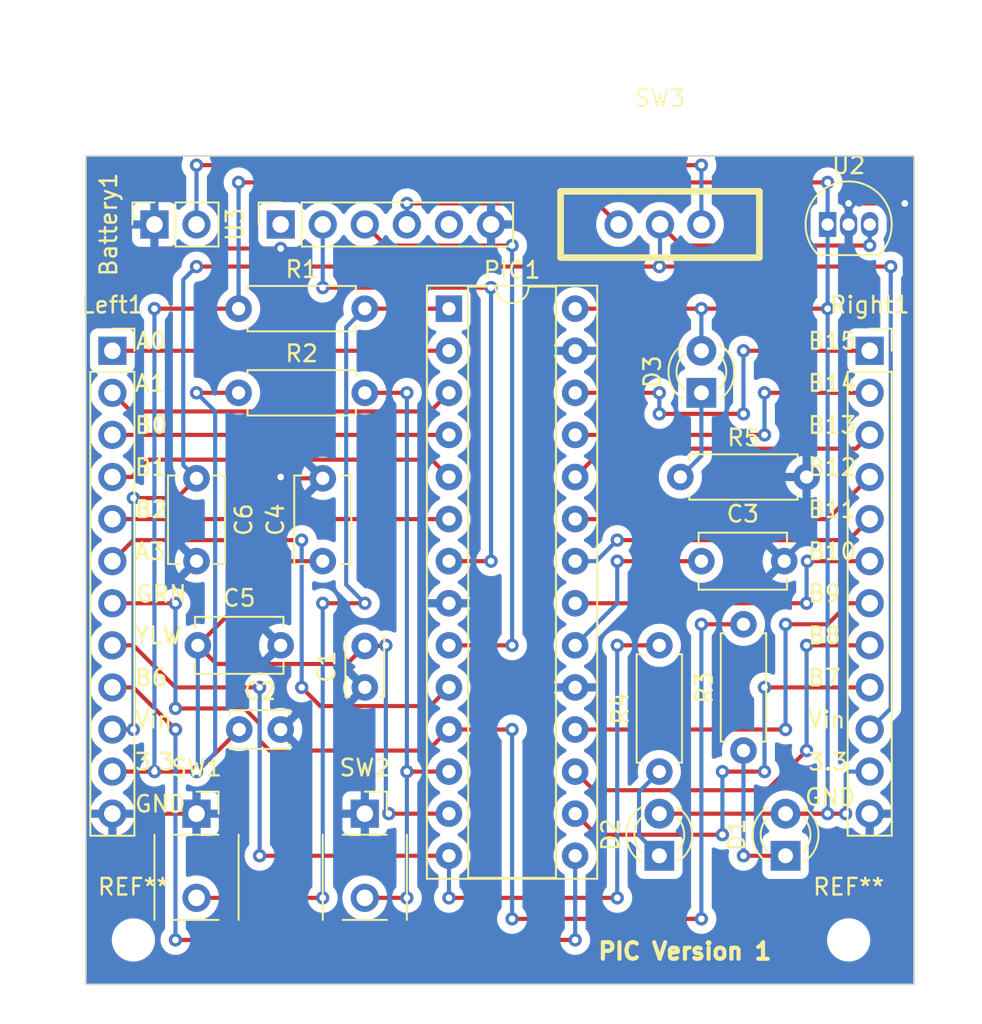
<source format=kicad_pcb>
(kicad_pcb (version 20221018) (generator pcbnew)
  (layers (0 "F.Cu" signal) (31 "B.Cu" signal) (34 "B.Paste" user) (35 "F.Paste" user) (36 "B.SilkS" user "B.Silkscreen") (37 "F.SilkS" user "F.Silkscreen") (38 "B.Mask" user) (39 "F.Mask" user) (44 "Edge.Cuts" user))
  (net 0 "")
  (net 1 "GND")
  (net 2 "+3.3V")
  (net 3 "Net-(PIC1-Vcap)")
  (net 4 "/Vin")
  (net 5 "Net-(D1-K)")
  (net 6 "Net-(D2-K)")
  (net 7 "Net-(D3-K)")
  (net 8 "/MCLR")
  (net 9 "/A1")
  (net 10 "/B0")
  (net 11 "/B1")
  (net 12 "/B2")
  (net 13 "/U1TX")
  (net 14 "/U1RX")
  (net 15 "/A3")
  (net 16 "/GRN_LED")
  (net 17 "/USER")
  (net 18 "/YLW_LED")
  (net 19 "/B6")
  (net 20 "/B7")
  (net 21 "/B8")
  (net 22 "/B9")
  (net 23 "/B10")
  (net 24 "/B11")
  (net 25 "/B12")
  (net 26 "/B13")
  (net 27 "/B14")
  (net 28 "/B15")
  (net 29 "+5V")
  (net 30 "Net-(Battery1-1)")
  (net 33 "/A0")
  (footprint "Resistor_THT:R_Axial_DIN0207_L6.3mm_D2.5mm_P7.62mm_Horizontal" (layer "F.Cu") (at 109.22 114.3)
    (fp_text reference "R2" (at 3.81 -2.37) (layer "F.SilkS"))
    (fp_text value "10k")
    (pad "1" thru_hole circle (at 0 0) (size 1.6 1.6) (drill 0.8) (layers "*.Cu" "*.Mask") (net 2 "+3.3V"))
    (pad "2" thru_hole oval (at 7.62 0) (size 1.6 1.6) (drill 0.8) (layers "*.Cu" "*.Mask") (net 17 "/USER"))
  )
  (footprint "Capacitor_THT:C_Disc_D3.4mm_W2.1mm_P2.50mm" (layer "F.Cu") (at 109.26 134.62)
    (fp_text reference "C2" (at 1.25 -2.3) (layer "F.SilkS"))
    (fp_text value ".1uF")
    (pad "1" thru_hole circle (at 0 0) (size 1.6 1.6) (drill 0.8) (layers "*.Cu" "*.Mask") (net 2 "+3.3V"))
    (pad "2" thru_hole circle (at 2.5 0) (size 1.6 1.6) (drill 0.8) (layers "*.Cu" "*.Mask") (net 1 "GND"))
  )
  (footprint "hw4:pinsocket push button" (layer "F.Cu") (at 106.68 139.7)
    (fp_text reference "SW1" (at 0 -2.77) (layer "F.SilkS"))
    (fp_text value "MCLR")
    (pad "1" thru_hole rect (at 0 0) (size 1.7 1.7) (drill 1) (layers "*.Cu" "*.Mask") (net 1 "GND"))
    (pad "2" thru_hole oval (at 0 5.08) (size 1.7 1.7) (drill 1) (layers "*.Cu" "*.Mask") (net 8 "/MCLR"))
  )
  (footprint "hw4:slide_switch_2" (layer "F.Cu") (at 134.66 104.14)
    (fp_text reference "SW3" (at 0 -7.62 unlocked) (layer "F.SilkS") (effects (font (thickness 0.1))))
    (fp_text value "SW_SPDT")
    (pad "1" thru_hole circle (at -2.5 0) (size 1.7 1.7) (drill 1) (layers "*.Cu" "*.Mask") (net 29 "+5V"))
    (pad "2" thru_hole circle (at 0 0) (size 1.7 1.7) (drill 1) (layers "*.Cu" "*.Mask") (net 4 "/Vin"))
    (pad "3" thru_hole circle (at 2.5 0) (size 1.7 1.7) (drill 1) (layers "*.Cu" "*.Mask") (net 30 "Net-(Battery1-1)"))
  )
  (footprint "Connector_PinSocket_2.54mm:PinSocket_1x06_P2.54mm_Vertical" (layer "F.Cu") (at 111.76 104.14 90)
    (fp_text reference "U3" (at 0 -2.77 90) (layer "F.SilkS"))
    (fp_text value "ADAfruit")
    (pad "1" thru_hole rect (at 0 0 90) (size 1.7 1.7) (drill 1) (layers "*.Cu" "*.Mask"))
    (pad "2" thru_hole oval (at 0 2.54 90) (size 1.7 1.7) (drill 1) (layers "*.Cu" "*.Mask") (net 13 "/U1TX"))
    (pad "3" thru_hole oval (at 0 5.08 90) (size 1.7 1.7) (drill 1) (layers "*.Cu" "*.Mask") (net 14 "/U1RX"))
    (pad "4" thru_hole oval (at 0 7.62 90) (size 1.7 1.7) (drill 1) (layers "*.Cu" "*.Mask") (net 29 "+5V"))
    (pad "5" thru_hole oval (at 0 10.16 90) (size 1.7 1.7) (drill 1) (layers "*.Cu" "*.Mask"))
    (pad "6" thru_hole oval (at 0 12.7 90) (size 1.7 1.7) (drill 1) (layers "*.Cu" "*.Mask") (net 1 "GND"))
  )
  (footprint "Package_DIP:DIP-28_W7.62mm_Socket" (layer "F.Cu") (at 121.92 109.22)
    (fp_text reference "PIC1" (at 3.81 -2.33) (layer "F.SilkS"))
    (fp_text value "~")
    (pad "1" thru_hole rect (at 0 0) (size 1.6 1.6) (drill 0.8) (layers "*.Cu" "*.Mask") (net 8 "/MCLR"))
    (pad "2" thru_hole oval (at 0 2.54) (size 1.6 1.6) (drill 0.8) (layers "*.Cu" "*.Mask") (net 33 "/A0"))
    (pad "3" thru_hole oval (at 0 5.08) (size 1.6 1.6) (drill 0.8) (layers "*.Cu" "*.Mask") (net 9 "/A1"))
    (pad "4" thru_hole oval (at 0 7.62) (size 1.6 1.6) (drill 0.8) (layers "*.Cu" "*.Mask") (net 10 "/B0"))
    (pad "5" thru_hole oval (at 0 10.16) (size 1.6 1.6) (drill 0.8) (layers "*.Cu" "*.Mask") (net 11 "/B1"))
    (pad "6" thru_hole oval (at 0 12.7) (size 1.6 1.6) (drill 0.8) (layers "*.Cu" "*.Mask") (net 12 "/B2"))
    (pad "7" thru_hole oval (at 0 15.24) (size 1.6 1.6) (drill 0.8) (layers "*.Cu" "*.Mask") (net 13 "/U1TX"))
    (pad "8" thru_hole oval (at 0 17.78) (size 1.6 1.6) (drill 0.8) (layers "*.Cu" "*.Mask") (net 1 "GND"))
    (pad "9" thru_hole oval (at 0 20.32) (size 1.6 1.6) (drill 0.8) (layers "*.Cu" "*.Mask") (net 14 "/U1RX"))
    (pad "10" thru_hole oval (at 0 22.86) (size 1.6 1.6) (drill 0.8) (layers "*.Cu" "*.Mask") (net 15 "/A3"))
    (pad "11" thru_hole oval (at 0 25.4) (size 1.6 1.6) (drill 0.8) (layers "*.Cu" "*.Mask") (net 16 "/GRN_LED"))
    (pad "12" thru_hole oval (at 0 27.94) (size 1.6 1.6) (drill 0.8) (layers "*.Cu" "*.Mask") (net 17 "/USER"))
    (pad "13" thru_hole oval (at 0 30.48) (size 1.6 1.6) (drill 0.8) (layers "*.Cu" "*.Mask") (net 2 "+3.3V"))
    (pad "14" thru_hole oval (at 0 33.02) (size 1.6 1.6) (drill 0.8) (layers "*.Cu" "*.Mask") (net 18 "/YLW_LED"))
    (pad "15" thru_hole oval (at 7.62 33.02) (size 1.6 1.6) (drill 0.8) (layers "*.Cu" "*.Mask") (net 19 "/B6"))
    (pad "16" thru_hole oval (at 7.62 30.48) (size 1.6 1.6) (drill 0.8) (layers "*.Cu" "*.Mask") (net 20 "/B7"))
    (pad "17" thru_hole oval (at 7.62 27.94) (size 1.6 1.6) (drill 0.8) (layers "*.Cu" "*.Mask") (net 21 "/B8"))
    (pad "18" thru_hole oval (at 7.62 25.4) (size 1.6 1.6) (drill 0.8) (layers "*.Cu" "*.Mask") (net 22 "/B9"))
    (pad "19" thru_hole oval (at 7.62 22.86) (size 1.6 1.6) (drill 0.8) (layers "*.Cu" "*.Mask") (net 1 "GND"))
    (pad "20" thru_hole oval (at 7.62 20.32) (size 1.6 1.6) (drill 0.8) (layers "*.Cu" "*.Mask") (net 3 "Net-(PIC1-Vcap)"))
    (pad "21" thru_hole oval (at 7.62 17.78) (size 1.6 1.6) (drill 0.8) (layers "*.Cu" "*.Mask") (net 23 "/B10"))
    (pad "22" thru_hole oval (at 7.62 15.24) (size 1.6 1.6) (drill 0.8) (layers "*.Cu" "*.Mask") (net 24 "/B11"))
    (pad "23" thru_hole oval (at 7.62 12.7) (size 1.6 1.6) (drill 0.8) (layers "*.Cu" "*.Mask") (net 25 "/B12"))
    (pad "24" thru_hole oval (at 7.62 10.16) (size 1.6 1.6) (drill 0.8) (layers "*.Cu" "*.Mask") (net 26 "/B13"))
    (pad "25" thru_hole oval (at 7.62 7.62) (size 1.6 1.6) (drill 0.8) (layers "*.Cu" "*.Mask") (net 27 "/B14"))
    (pad "26" thru_hole oval (at 7.62 5.08) (size 1.6 1.6) (drill 0.8) (layers "*.Cu" "*.Mask") (net 28 "/B15"))
    (pad "27" thru_hole oval (at 7.62 2.54) (size 1.6 1.6) (drill 0.8) (layers "*.Cu" "*.Mask") (net 1 "GND"))
    (pad "28" thru_hole oval (at 7.62 0) (size 1.6 1.6) (drill 0.8) (layers "*.Cu" "*.Mask") (net 2 "+3.3V"))
  )
  (footprint "Capacitor_THT:C_Disc_D5.1mm_W3.2mm_P5.00mm" (layer "F.Cu") (at 106.68 119.46 -90)
    (fp_text reference "C6" (at 2.5 -2.85 90) (layer "F.SilkS"))
    (fp_text value "1uF")
    (pad "1" thru_hole circle (at 0 0 270) (size 1.6 1.6) (drill 0.8) (layers "*.Cu" "*.Mask") (net 4 "/Vin"))
    (pad "2" thru_hole circle (at 5 0 270) (size 1.6 1.6) (drill 0.8) (layers "*.Cu" "*.Mask") (net 1 "GND"))
  )
  (footprint "Resistor_THT:R_Axial_DIN0207_L6.3mm_D2.5mm_P7.62mm_Horizontal" (layer "F.Cu") (at 135.89 119.38)
    (fp_text reference "R5" (at 3.81 -2.37) (layer "F.SilkS"))
    (fp_text value "330")
    (pad "1" thru_hole circle (at 0 0) (size 1.6 1.6) (drill 0.8) (layers "*.Cu" "*.Mask") (net 7 "Net-(D3-K)"))
    (pad "2" thru_hole oval (at 7.62 0) (size 1.6 1.6) (drill 0.8) (layers "*.Cu" "*.Mask") (net 1 "GND"))
  )
  (footprint "Capacitor_THT:C_Disc_D5.1mm_W3.2mm_P5.00mm" (layer "F.Cu") (at 114.3 124.46 90)
    (fp_text reference "C4" (at 2.5 -2.85 90) (layer "F.SilkS"))
    (fp_text value "1uF")
    (pad "1" thru_hole circle (at 0 0 90) (size 1.6 1.6) (drill 0.8) (layers "*.Cu" "*.Mask") (net 2 "+3.3V"))
    (pad "2" thru_hole circle (at 5 0 90) (size 1.6 1.6) (drill 0.8) (layers "*.Cu" "*.Mask") (net 1 "GND"))
  )
  (footprint "Resistor_THT:R_Axial_DIN0207_L6.3mm_D2.5mm_P7.62mm_Horizontal" (layer "F.Cu") (at 139.7 135.89 90)
    (fp_text reference "R3" (at 3.81 -2.37 90) (layer "F.SilkS"))
    (fp_text value "330")
    (pad "1" thru_hole circle (at 0 0 90) (size 1.6 1.6) (drill 0.8) (layers "*.Cu" "*.Mask") (net 5 "Net-(D1-K)"))
    (pad "2" thru_hole oval (at 7.62 0 90) (size 1.6 1.6) (drill 0.8) (layers "*.Cu" "*.Mask") (net 16 "/GRN_LED"))
  )
  (footprint "Connector_PinSocket_2.54mm:PinSocket_1x12_P2.54mm_Vertical" (layer "F.Cu") (at 101.6 111.76)
    (fp_text reference "Left1" (at 0 -2.77) (layer "F.SilkS"))
    (fp_text value "~")
    (pad "1" thru_hole rect (at 0 0) (size 1.7 1.7) (drill 1) (layers "*.Cu" "*.Mask") (net 33 "/A0"))
    (pad "2" thru_hole oval (at 0 2.54) (size 1.7 1.7) (drill 1) (layers "*.Cu" "*.Mask") (net 9 "/A1"))
    (pad "3" thru_hole oval (at 0 5.08) (size 1.7 1.7) (drill 1) (layers "*.Cu" "*.Mask") (net 10 "/B0"))
    (pad "4" thru_hole oval (at 0 7.62) (size 1.7 1.7) (drill 1) (layers "*.Cu" "*.Mask") (net 11 "/B1"))
    (pad "5" thru_hole oval (at 0 10.16) (size 1.7 1.7) (drill 1) (layers "*.Cu" "*.Mask") (net 12 "/B2"))
    (pad "6" thru_hole oval (at 0 12.7) (size 1.7 1.7) (drill 1) (layers "*.Cu" "*.Mask") (net 15 "/A3"))
    (pad "7" thru_hole oval (at 0 15.24) (size 1.7 1.7) (drill 1) (layers "*.Cu" "*.Mask") (net 16 "/GRN_LED"))
    (pad "8" thru_hole oval (at 0 17.78) (size 1.7 1.7) (drill 1) (layers "*.Cu" "*.Mask") (net 18 "/YLW_LED"))
    (pad "9" thru_hole oval (at 0 20.32) (size 1.7 1.7) (drill 1) (layers "*.Cu" "*.Mask") (net 19 "/B6"))
    (pad "10" thru_hole oval (at 0 22.86) (size 1.7 1.7) (drill 1) (layers "*.Cu" "*.Mask") (net 4 "/Vin"))
    (pad "11" thru_hole oval (at 0 25.4) (size 1.7 1.7) (drill 1) (layers "*.Cu" "*.Mask") (net 2 "+3.3V"))
    (pad "12" thru_hole oval (at 0 27.94) (size 1.7 1.7) (drill 1) (layers "*.Cu" "*.Mask") (net 1 "GND"))
  )
  (footprint "LED_THT:LED_D3.0mm" (layer "F.Cu") (at 137.16 114.3 90)
    (fp_text reference "D3" (at 1.27 -2.96 90) (layer "F.SilkS"))
    (fp_text value "RED")
    (pad "1" thru_hole rect (at 0 0 90) (size 1.8 1.8) (drill 0.9) (layers "*.Cu" "*.Mask") (net 7 "Net-(D3-K)"))
    (pad "2" thru_hole circle (at 2.54 0 90) (size 1.8 1.8) (drill 0.9) (layers "*.Cu" "*.Mask") (net 2 "+3.3V"))
  )
  (footprint "Resistor_THT:R_Axial_DIN0207_L6.3mm_D2.5mm_P7.62mm_Horizontal" (layer "F.Cu") (at 134.62 137.16 90)
    (fp_text reference "R4" (at 3.81 -2.37 90) (layer "F.SilkS"))
    (fp_text value "330")
    (pad "1" thru_hole circle (at 0 0 90) (size 1.6 1.6) (drill 0.8) (layers "*.Cu" "*.Mask") (net 6 "Net-(D2-K)"))
    (pad "2" thru_hole oval (at 7.62 0 90) (size 1.6 1.6) (drill 0.8) (layers "*.Cu" "*.Mask") (net 18 "/YLW_LED"))
  )
  (footprint "Capacitor_THT:C_Disc_D5.1mm_W3.2mm_P5.00mm" (layer "F.Cu") (at 137.16 124.46)
    (fp_text reference "C3" (at 2.5 -2.85) (layer "F.SilkS"))
    (fp_text value "1uF")
    (pad "1" thru_hole circle (at 0 0) (size 1.6 1.6) (drill 0.8) (layers "*.Cu" "*.Mask") (net 3 "Net-(PIC1-Vcap)"))
    (pad "2" thru_hole circle (at 5 0) (size 1.6 1.6) (drill 0.8) (layers "*.Cu" "*.Mask") (net 1 "GND"))
  )
  (footprint "Connector_PinSocket_2.54mm:PinSocket_1x12_P2.54mm_Vertical" (layer "F.Cu") (at 147.32 111.76)
    (fp_text reference "Right1" (at 0 -2.77) (layer "F.SilkS"))
    (fp_text value "~")
    (pad "1" thru_hole rect (at 0 0) (size 1.7 1.7) (drill 1) (layers "*.Cu" "*.Mask") (net 28 "/B15"))
    (pad "2" thru_hole oval (at 0 2.54) (size 1.7 1.7) (drill 1) (layers "*.Cu" "*.Mask") (net 27 "/B14"))
    (pad "3" thru_hole oval (at 0 5.08) (size 1.7 1.7) (drill 1) (layers "*.Cu" "*.Mask") (net 26 "/B13"))
    (pad "4" thru_hole oval (at 0 7.62) (size 1.7 1.7) (drill 1) (layers "*.Cu" "*.Mask") (net 25 "/B12"))
    (pad "5" thru_hole oval (at 0 10.16) (size 1.7 1.7) (drill 1) (layers "*.Cu" "*.Mask") (net 24 "/B11"))
    (pad "6" thru_hole oval (at 0 12.7) (size 1.7 1.7) (drill 1) (layers "*.Cu" "*.Mask") (net 23 "/B10"))
    (pad "7" thru_hole oval (at 0 15.24) (size 1.7 1.7) (drill 1) (layers "*.Cu" "*.Mask") (net 22 "/B9"))
    (pad "8" thru_hole oval (at 0 17.78) (size 1.7 1.7) (drill 1) (layers "*.Cu" "*.Mask") (net 21 "/B8"))
    (pad "9" thru_hole oval (at 0 20.32) (size 1.7 1.7) (drill 1) (layers "*.Cu" "*.Mask") (net 20 "/B7"))
    (pad "10" thru_hole oval (at 0 22.86) (size 1.7 1.7) (drill 1) (layers "*.Cu" "*.Mask") (net 4 "/Vin"))
    (pad "11" thru_hole oval (at 0 25.4) (size 1.7 1.7) (drill 1) (layers "*.Cu" "*.Mask") (net 2 "+3.3V"))
    (pad "12" thru_hole oval (at 0 27.94) (size 1.7 1.7) (drill 1) (layers "*.Cu" "*.Mask") (net 1 "GND"))
  )
  (footprint "Capacitor_THT:C_Disc_D3.4mm_W2.1mm_P2.50mm" (layer "F.Cu") (at 116.84 132.08 90)
    (fp_text reference "C1" (at 1.25 -2.3 90) (layer "F.SilkS"))
    (fp_text value ".1uF")
    (pad "1" thru_hole circle (at 0 0 90) (size 1.6 1.6) (drill 0.8) (layers "*.Cu" "*.Mask") (net 1 "GND"))
    (pad "2" thru_hole circle (at 2.5 0 90) (size 1.6 1.6) (drill 0.8) (layers "*.Cu" "*.Mask") (net 2 "+3.3V"))
  )
  (footprint "Package_TO_SOT_THT:TO-92_Inline" (layer "F.Cu") (at 144.78 104.14)
    (fp_text reference "U2" (at 1.27 -3.56) (layer "F.SilkS"))
    (fp_text value "AP7381-3.3V")
    (pad "1" thru_hole rect (at 0 0) (size 1.05 1.5) (drill 0.75) (layers "*.Cu" "*.Mask") (net 2 "+3.3V"))
    (pad "2" thru_hole oval (at 1.27 0) (size 1.05 1.5) (drill 0.75) (layers "*.Cu" "*.Mask") (net 1 "GND"))
    (pad "3" thru_hole oval (at 2.54 0) (size 1.05 1.5) (drill 0.75) (layers "*.Cu" "*.Mask") (net 4 "/Vin"))
  )
  (footprint "LED_THT:LED_D3.0mm" (layer "F.Cu") (at 142.24 142.24 90)
    (fp_text reference "D1" (at 1.27 -2.96 90) (layer "F.SilkS"))
    (fp_text value "GREEN")
    (pad "1" thru_hole rect (at 0 0 90) (size 1.8 1.8) (drill 0.9) (layers "*.Cu" "*.Mask") (net 5 "Net-(D1-K)"))
    (pad "2" thru_hole circle (at 2.54 0 90) (size 1.8 1.8) (drill 0.9) (layers "*.Cu" "*.Mask") (net 2 "+3.3V"))
  )
  (footprint "Resistor_THT:R_Axial_DIN0207_L6.3mm_D2.5mm_P7.62mm_Horizontal" (layer "F.Cu") (at 109.22 109.22)
    (fp_text reference "R1" (at 3.81 -2.37) (layer "F.SilkS"))
    (fp_text value "10k")
    (pad "1" thru_hole circle (at 0 0) (size 1.6 1.6) (drill 0.8) (layers "*.Cu" "*.Mask") (net 2 "+3.3V"))
    (pad "2" thru_hole oval (at 7.62 0) (size 1.6 1.6) (drill 0.8) (layers "*.Cu" "*.Mask") (net 8 "/MCLR"))
  )
  (footprint "MountingHole:MountingHole_2.1mm" (layer "F.Cu") (at 102.87 147.32)
    (fp_text reference "REF**" (at 0 -3.2) (layer "F.SilkS"))
    (fp_text value "MountingHole_2.1mm")
    (pad "" np_thru_hole circle (at 0 0) (size 2.1 2.1) (drill 2.1) (layers "*.Cu" "*.Mask"))
  )
  (footprint "Connector_PinSocket_2.54mm:PinSocket_1x02_P2.54mm_Vertical" (layer "F.Cu") (at 104.14 104.14 90)
    (fp_text reference "Battery1" (at 0 -2.77 90) (layer "F.SilkS"))
    (fp_text value "~")
    (pad "1" thru_hole rect (at 0 0 90) (size 1.7 1.7) (drill 1) (layers "*.Cu" "*.Mask") (net 1 "GND"))
    (pad "2" thru_hole oval (at 0 2.54 90) (size 1.7 1.7) (drill 1) (layers "*.Cu" "*.Mask") (net 30 "Net-(Battery1-1)"))
  )
  (footprint "Capacitor_THT:C_Disc_D5.1mm_W3.2mm_P5.00mm" (layer "F.Cu") (at 106.76 129.54)
    (fp_text reference "C5" (at 2.5 -2.85) (layer "F.SilkS"))
    (fp_text value "1uF")
    (pad "1" thru_hole circle (at 0 0) (size 1.6 1.6) (drill 0.8) (layers "*.Cu" "*.Mask") (net 2 "+3.3V"))
    (pad "2" thru_hole circle (at 5 0) (size 1.6 1.6) (drill 0.8) (layers "*.Cu" "*.Mask") (net 1 "GND"))
  )
  (footprint "MountingHole:MountingHole_2.1mm" (layer "F.Cu") (at 146.05 147.32)
    (fp_text reference "REF**" (at 0 -3.2) (layer "F.SilkS"))
    (fp_text value "MountingHole_2.1mm")
    (pad "" np_thru_hole circle (at 0 0) (size 2.1 2.1) (drill 2.1) (layers "*.Cu" "*.Mask"))
  )
  (footprint "LED_THT:LED_D3.0mm" (layer "F.Cu") (at 134.62 142.24 90)
    (fp_text reference "D2" (at 1.27 -2.96 90) (layer "F.SilkS"))
    (fp_text value "YELLOW")
    (pad "1" thru_hole rect (at 0 0 90) (size 1.8 1.8) (drill 0.9) (layers "*.Cu" "*.Mask") (net 6 "Net-(D2-K)"))
    (pad "2" thru_hole circle (at 2.54 0 90) (size 1.8 1.8) (drill 0.9) (layers "*.Cu" "*.Mask") (net 2 "+3.3V"))
  )
  (footprint "hw4:pinsocket push button" (layer "F.Cu") (at 116.84 139.7)
    (fp_text reference "SW2" (at 0 -2.77) (layer "F.SilkS"))
    (fp_text value "USER")
    (pad "1" thru_hole rect (at 0 0) (size 1.7 1.7) (drill 1) (layers "*.Cu" "*.Mask") (net 1 "GND"))
    (pad "2" thru_hole oval (at 0 5.08) (size 1.7 1.7) (drill 1) (layers "*.Cu" "*.Mask") (net 17 "/USER"))
  )
  (gr_line (start 100 100) (end 100 150) (stroke (width 0.1)) (layer "Edge.Cuts"))
  (gr_line (start 150 150) (end 100 150) (stroke (width 0.1)) (layer "Edge.Cuts"))
  (gr_line (start 150 100) (end 150 150) (stroke (width 0.1)) (layer "Edge.Cuts"))
  (gr_line (start 150 100) (end 100 100) (stroke (width 0.1)) (layer "Edge.Cuts"))
  (gr_text "YLW" (at 102.87 129.54) (layer "F.SilkS") (effects (font (size 1 1)) (justify left bottom)))
  (gr_text "3.3" (at 143.51 137.16) (layer "F.SilkS") (effects (font (size 1 1)) (justify left bottom)))
  (gr_text "B13" (at 143.51 116.84) (layer "F.SilkS") (effects (font (size 1 1)) (justify left bottom)))
  (gr_text "B9" (at 143.51 127) (layer "F.SilkS") (effects (font (size 1 1)) (justify left bottom)))
  (gr_text "A0" (at 102.93 111.76) (layer "F.SilkS") (effects (font (size 1 1)) (justify left bottom)))
  (gr_text "B0" (at 102.87 116.84) (layer "F.SilkS") (effects (font (size 1 1)) (justify left bottom)))
  (gr_text "PIC Version 1" (at 130.81 148.59) (layer "F.SilkS") (effects (font (size 1 1) (thickness 0.25) bold) (justify left bottom)))
  (gr_text "Vin" (at 143.51 134.62) (layer "F.SilkS") (effects (font (size 1 1)) (justify left bottom)))
  (gr_text "3.3" (at 102.87 137.16) (layer "F.SilkS") (effects (font (size 1 1)) (justify left bottom)))
  (gr_text "GND" (at 143.318608 139.297665) (layer "F.SilkS") (effects (font (size 1 1)) (justify left bottom)))
  (gr_text "B1" (at 102.87 119.38) (layer "F.SilkS") (effects (font (size 1 1)) (justify left bottom)))
  (gr_text "B12" (at 143.51 119.38) (layer "F.SilkS") (effects (font (size 1 1)) (justify left bottom)))
  (gr_text "B7" (at 143.51 132.08) (layer "F.SilkS") (effects (font (size 1 1)) (justify left bottom)))
  (gr_text "A3" (at 102.87 124.46) (layer "F.SilkS") (effects (font (size 1 1)) (justify left bottom)))
  (gr_text "B8" (at 143.51 129.54) (layer "F.SilkS") (effects (font (size 1 1)) (justify left bottom)))
  (gr_text "B11" (at 143.51 121.92) (layer "F.SilkS") (effects (font (size 1 1)) (justify left bottom)))
  (gr_text "GRN" (at 102.93 127.03) (layer "F.SilkS") (effects (font (size 1 1)) (justify left bottom)))
  (gr_text "GND" (at 102.87 139.7) (layer "F.SilkS") (effects (font (size 1 1)) (justify left bottom)))
  (gr_text "Vin" (at 102.87 134.62) (layer "F.SilkS") (effects (font (size 1 1)) (justify left bottom)))
  (gr_text "B6" (at 102.87 132.08) (layer "F.SilkS") (effects (font (size 1 1)) (justify left bottom)))
  (gr_text "B10" (at 143.51 124.46) (layer "F.SilkS") (effects (font (size 1 1)) (justify left bottom)))
  (gr_text "B15" (at 143.51 111.76) (layer "F.SilkS") (effects (font (size 1 1)) (justify left bottom)))
  (gr_text "B2" (at 102.87 121.92) (layer "F.SilkS") (effects (font (size 1 1)) (justify left bottom)))
  (gr_text "B14" (at 143.51 114.3) (layer "F.SilkS") (effects (font (size 1 1)) (justify left bottom)))
  (gr_text "A1" (at 102.87 114.3) (layer "F.SilkS") (effects (font (size 1 1)) (justify left bottom)))
  (segment (start 104.14 105.41) (end 104.319502 105.589502) (width 0.25) (layer "F.Cu") (net 1))
  (segment (start 146.05 102.87) (end 149.4405 102.87) (width 0.25) (layer "F.Cu") (net 1))
  (segment (start 111.84 119.46) (end 111.76 119.38) (width 0.25) (layer "F.Cu") (net 1))
  (segment (start 104.14 105.41) (end 104.14 105.315) (width 0.25) (layer "F.Cu") (net 1))
  (segment (start 104.14 104.14) (end 104.14 105.41) (width 0.25) (layer "F.Cu") (net 1))
  (segment (start 111.76 105.589502) (end 104.319502 105.589502) (width 0.25) (layer "F.Cu") (net 1))
  (segment (start 101.6 139.7) (end 106.68 139.7) (width 0.25) (layer "F.Cu") (net 1))
  (segment (start 114.3 119.46) (end 111.84 119.46) (width 0.25) (layer "F.Cu") (net 1))
  (via (at 111.76 105.589502) (size 0.8) (drill 0.4) (layers "F.Cu" "B.Cu") (net 1))
  (via (at 149.4405 102.87) (size 0.8) (drill 0.4) (layers "F.Cu" "B.Cu") (net 1))
  (via (at 111.76 119.38) (size 0.8) (drill 0.4) (layers "F.Cu" "B.Cu") (net 1))
  (via (at 146.05 102.87) (size 0.8) (drill 0.4) (layers "F.Cu" "B.Cu") (net 1))
  (segment (start 147.32 139.7) (end 148.59 139.7) (width 0.25) (layer "B.Cu") (net 1))
  (segment (start 111.76 119.38) (end 111.76 105.589502) (width 0.25) (layer "B.Cu") (net 1))
  (segment (start 149.4405 102.87) (end 149.4405 138.8495) (width 0.25) (layer "B.Cu") (net 1))
  (segment (start 146.05 104.14) (end 146.05 102.87) (width 0.25) (layer "B.Cu") (net 1))
  (segment (start 149.4405 138.8495) (end 148.59 139.7) (width 0.25) (layer "B.Cu") (net 1))
  (segment (start 102.87 137.16) (end 102.775 137.16) (width 0.25) (layer "F.Cu") (net 2))
  (segment (start 106.68 137.16) (end 102.87 137.16) (width 0.25) (layer "F.Cu") (net 2))
  (segment (start 107.885 130.665) (end 106.76 129.54) (width 0.25) (layer "F.Cu") (net 2))
  (segment (start 115.755 130.665) (end 107.885 130.665) (width 0.25) (layer "F.Cu") (net 2))
  (segment (start 104.14 137.16) (end 102.775 137.16) (width 0.25) (layer "F.Cu") (net 2))
  (segment (start 109.22 101.6) (end 144.78 101.6) (width 0.25) (layer "F.Cu") (net 2))
  (segment (start 109.22 109.22) (end 104.14 109.22) (width 0.25) (layer "F.Cu") (net 2))
  (segment (start 116.84 129.58) (end 115.755 130.665) (width 0.25) (layer "F.Cu") (net 2))
  (segment (start 134.62 139.7) (end 142.24 139.7) (width 0.25) (layer "F.Cu") (net 2))
  (segment (start 116.84 129.58) (end 118.07 129.58) (width 0.25) (layer "F.Cu") (net 2))
  (segment (start 111.84 124.46) (end 106.76 129.54) (width 0.25) (layer "F.Cu") (net 2))
  (segment (start 118.07 129.58) (end 118.11 129.54) (width 0.25) (layer "F.Cu") (net 2))
  (segment (start 109.26 134.62) (end 106.72 137.16) (width 0.25) (layer "F.Cu") (net 2))
  (segment (start 144.78 109.22) (end 137.16 109.22) (width 0.25) (layer "F.Cu") (net 2))
  (segment (start 109.22 114.3) (end 106.68 114.3) (width 0.25) (layer "F.Cu") (net 2))
  (segment (start 118.289502 139.7) (end 121.92 139.7) (width 0.25) (layer "F.Cu") (net 2))
  (segment (start 142.24 139.7) (end 145.870497 139.7) (width 0.25) (layer "F.Cu") (net 2))
  (segment (start 106.72 137.16) (end 106.68 137.16) (width 0.25) (layer "F.Cu") (net 2))
  (segment (start 142.24 139.7) (end 144.78 139.7) (width 0.25) (layer "F.Cu") (net 2))
  (segment (start 102.87 137.16) (end 101.6 137.16) (width 0.25) (layer "F.Cu") (net 2))
  (segment (start 129.54 109.22) (end 137.16 109.22) (width 0.25) (layer "F.Cu") (net 2))
  (segment (start 114.3 124.46) (end 111.84 124.46) (width 0.25) (layer "F.Cu") (net 2))
  (via (at 109.22 101.6) (size 0.8) (drill 0.4) (layers "F.Cu" "B.Cu") (net 2))
  (via (at 144.78 109.22) (size 0.8) (drill 0.4) (layers "F.Cu" "B.Cu") (net 2))
  (via (at 118.289502 139.7) (size 0.8) (drill 0.4) (layers "F.Cu" "B.Cu") (net 2))
  (via (at 104.14 137.16) (size 0.8) (drill 0.4) (layers "F.Cu" "B.Cu") (net 2))
  (via (at 137.16 109.22) (size 0.8) (drill 0.4) (layers "F.Cu" "B.Cu") (net 2))
  (via (at 144.78 139.7) (size 0.8) (drill 0.4) (layers "F.Cu" "B.Cu") (net 2))
  (via (at 104.14 109.22) (size 0.8) (drill 0.4) (layers "F.Cu" "B.Cu") (net 2))
  (via (at 145.870497 139.7) (size 0.8) (drill 0.4) (layers "F.Cu" "B.Cu") (net 2))
  (via (at 144.78 101.6) (size 0.8) (drill 0.4) (layers "F.Cu" "B.Cu") (net 2))
  (via (at 106.68 114.3) (size 0.8) (drill 0.4) (layers "F.Cu" "B.Cu") (net 2))
  (via (at 106.68 137.16) (size 0.8) (drill 0.4) (layers "F.Cu" "B.Cu") (net 2))
  (via (at 118.11 129.54) (size 0.8) (drill 0.4) (layers "F.Cu" "B.Cu") (net 2))
  (segment (start 118.11 129.54) (end 118.11 139.520498) (width 0.25) (layer "B.Cu") (net 2))
  (segment (start 144.78 104.14) (end 144.78 109.22) (width 0.25) (layer "B.Cu") (net 2))
  (segment (start 107.805 115.425) (end 107.805 136.035) (width 0.25) (layer "B.Cu") (net 2))
  (segment (start 144.78 101.6) (end 144.78 104.14) (width 0.25) (layer "B.Cu") (net 2))
  (segment (start 106.76 137.08) (end 106.68 137.16) (width 0.25) (layer "B.Cu") (net 2))
  (segment (start 145.870497 137.339503) (end 146.05 137.16) (width 0.25) (layer "B.Cu") (net 2))
  (segment (start 106.76 129.54) (end 106.76 137.08) (width 0.25) (layer "B.Cu") (net 2))
  (segment (start 137.16 109.22) (end 137.16 111.76) (width 0.25) (layer "B.Cu") (net 2))
  (segment (start 109.22 109.22) (end 109.22 101.6) (width 0.25) (layer "B.Cu") (net 2))
  (segment (start 146.05 137.16) (end 147.32 137.16) (width 0.25) (layer "B.Cu") (net 2))
  (segment (start 145.870497 139.7) (end 145.870497 137.339503) (width 0.25) (layer "B.Cu") (net 2))
  (segment (start 104.14 109.22) (end 104.14 137.16) (width 0.25) (layer "B.Cu") (net 2))
  (segment (start 106.68 114.3) (end 107.805 115.425) (width 0.25) (layer "B.Cu") (net 2))
  (segment (start 118.11 139.520498) (end 118.289502 139.7) (width 0.25) (layer "B.Cu") (net 2))
  (segment (start 144.78 109.22) (end 144.78 139.7) (width 0.25) (layer "B.Cu") (net 2))
  (segment (start 107.805 136.035) (end 106.68 137.16) (width 0.25) (layer "B.Cu") (net 2))
  (segment (start 137.16 124.46) (end 132.08 124.46) (width 0.25) (layer "F.Cu") (net 3))
  (via (at 132.08 124.46) (size 0.8) (drill 0.4) (layers "F.Cu" "B.Cu") (net 3))
  (segment (start 132.08 124.46) (end 132.08 127) (width 0.25) (layer "B.Cu") (net 3))
  (segment (start 132.08 127) (end 129.54 129.54) (width 0.25) (layer "B.Cu") (net 3))
  (segment (start 105.49 120.65) (end 106.68 119.46) (width 0.25) (layer "F.Cu") (net 4))
  (segment (start 102.87 134.62) (end 101.6 134.62) (width 0.25) (layer "F.Cu") (net 4))
  (segment (start 134.62 106.68) (end 148.59 106.68) (width 0.25) (layer "F.Cu") (net 4))
  (segment (start 106.68 106.68) (end 134.62 106.68) (width 0.25) (layer "F.Cu") (net 4))
  (segment (start 102.87 120.65) (end 105.49 120.65) (width 0.25) (layer "F.Cu") (net 4))
  (segment (start 147.32 105.41) (end 135.93 105.41) (width 0.25) (layer "F.Cu") (net 4))
  (segment (start 135.93 105.41) (end 134.66 104.14) (width 0.25) (layer "F.Cu") (net 4))
  (via (at 102.87 134.62) (size 0.8) (drill 0.4) (layers "F.Cu" "B.Cu") (net 4))
  (via (at 148.59 106.68) (size 0.8) (drill 0.4) (layers "F.Cu" "B.Cu") (net 4))
  (via (at 147.32 105.41) (size 0.8) (drill 0.4) (layers "F.Cu" "B.Cu") (net 4))
  (via (at 106.68 106.68) (size 0.8) (drill 0.4) (layers "F.Cu" "B.Cu") (net 4))
  (via (at 134.62 106.68) (size 0.8) (drill 0.4) (layers "F.Cu" "B.Cu") (net 4))
  (via (at 102.87 120.65) (size 0.8) (drill 0.4) (layers "F.Cu" "B.Cu") (net 4))
  (segment (start 147.32 104.14) (end 147.32 105.41) (width 0.25) (layer "B.Cu") (net 4))
  (segment (start 147.32 134.62) (end 148.59 133.35) (width 0.25) (layer "B.Cu") (net 4))
  (segment (start 105.880001 107.479999) (end 106.68 106.68) (width 0.25) (layer "B.Cu") (net 4))
  (segment (start 134.62 106.68) (end 134.66 106.64) (width 0.25) (layer "B.Cu") (net 4))
  (segment (start 102.87 134.62) (end 102.87 120.65) (width 0.25) (layer "B.Cu") (net 4))
  (segment (start 148.59 133.35) (end 148.59 106.68) (width 0.25) (layer "B.Cu") (net 4))
  (segment (start 134.66 106.64) (end 134.66 104.14) (width 0.25) (layer "B.Cu") (net 4))
  (segment (start 106.68 119.46) (end 105.880001 118.660001) (width 0.25) (layer "B.Cu") (net 4))
  (segment (start 105.880001 118.660001) (end 105.880001 107.479999) (width 0.25) (layer "B.Cu") (net 4))
  (segment (start 139.7 142.24) (end 142.24 142.24) (width 0.25) (layer "F.Cu") (net 5))
  (via (at 139.7 142.24) (size 0.8) (drill 0.4) (layers "F.Cu" "B.Cu") (net 5))
  (segment (start 139.7 135.89) (end 139.7 142.24) (width 0.25) (layer "B.Cu") (net 5))
  (segment (start 134.62 142.24) (end 133.395 141.015) (width 0.25) (layer "B.Cu") (net 6))
  (segment (start 133.395 141.015) (end 133.395 138.385) (width 0.25) (layer "B.Cu") (net 6))
  (segment (start 133.395 138.385) (end 134.62 137.16) (width 0.25) (layer "B.Cu") (net 6))
  (segment (start 137.16 118.11) (end 135.89 119.38) (width 0.25) (layer "B.Cu") (net 7))
  (segment (start 137.16 114.3) (end 137.16 118.11) (width 0.25) (layer "B.Cu") (net 7))
  (segment (start 116.84 109.22) (end 121.92 109.22) (width 0.25) (layer "F.Cu") (net 8))
  (segment (start 106.68 144.78) (end 114.3 144.78) (width 0.25) (layer "F.Cu") (net 8))
  (segment (start 114.3 127) (end 116.84 127) (width 0.25) (layer "F.Cu") (net 8))
  (via (at 114.3 144.78) (size 0.8) (drill 0.4) (layers "F.Cu" "B.Cu") (net 8))
  (via (at 114.3 127) (size 0.8) (drill 0.4) (layers "F.Cu" "B.Cu") (net 8))
  (via (at 116.84 127) (size 0.8) (drill 0.4) (layers "F.Cu" "B.Cu") (net 8))
  (segment (start 115.715 110.345) (end 116.84 109.22) (width 0.25) (layer "B.Cu") (net 8))
  (segment (start 116.84 127) (end 115.715 125.875) (width 0.25) (layer "B.Cu") (net 8))
  (segment (start 114.3 144.78) (end 114.3 127) (width 0.25) (layer "B.Cu") (net 8))
  (segment (start 115.715 125.875) (end 115.715 110.345) (width 0.25) (layer "B.Cu") (net 8))
  (segment (start 121.92 114.3) (end 120.795 115.425) (width 0.25) (layer "F.Cu") (net 9))
  (segment (start 102.725 115.425) (end 101.6 114.3) (width 0.25) (layer "F.Cu") (net 9))
  (segment (start 120.795 115.425) (end 102.725 115.425) (width 0.25) (layer "F.Cu") (net 9))
  (segment (start 101.6 116.84) (end 121.92 116.84) (width 0.25) (layer "F.Cu") (net 10))
  (segment (start 121.92 119.38) (end 120.875 118.335) (width 0.25) (layer "F.Cu") (net 11))
  (segment (start 102.775 119.38) (end 101.6 119.38) (width 0.25) (layer "F.Cu") (net 11))
  (segment (start 120.875 118.335) (end 103.82 118.335) (width 0.25) (layer "F.Cu") (net 11))
  (segment (start 103.82 118.335) (end 102.775 119.38) (width 0.25) (layer "F.Cu") (net 11))
  (segment (start 121.92 121.92) (end 101.6 121.92) (width 0.25) (layer "F.Cu") (net 12))
  (segment (start 121.92 124.46) (end 124.46 124.46) (width 0.25) (layer "F.Cu") (net 13))
  (segment (start 124.46 107.95) (end 114.3 107.95) (width 0.25) (layer "F.Cu") (net 13))
  (via (at 124.46 124.46) (size 0.8) (drill 0.4) (layers "F.Cu" "B.Cu") (net 13))
  (via (at 114.3 107.95) (size 0.8) (drill 0.4) (layers "F.Cu" "B.Cu") (net 13))
  (via (at 124.46 107.95) (size 0.8) (drill 0.4) (layers "F.Cu" "B.Cu") (net 13))
  (segment (start 124.46 124.46) (end 124.46 107.95) (width 0.25) (layer "B.Cu") (net 13))
  (segment (start 114.3 107.95) (end 114.3 104.14) (width 0.25) (layer "B.Cu") (net 13))
  (segment (start 125.73 105.41) (end 118.11 105.41) (width 0.25) (layer "F.Cu") (net 14))
  (segment (start 121.92 129.54) (end 125.73 129.54) (width 0.25) (layer "F.Cu") (net 14))
  (segment (start 118.11 105.41) (end 116.84 104.14) (width 0.25) (layer "F.Cu") (net 14))
  (via (at 125.73 129.54) (size 0.8) (drill 0.4) (layers "F.Cu" "B.Cu") (net 14))
  (via (at 125.73 105.41) (size 0.8) (drill 0.4) (layers "F.Cu" "B.Cu") (net 14))
  (segment (start 125.73 129.54) (end 125.73 105.41) (width 0.25) (layer "B.Cu") (net 14))
  (segment (start 121.92 132.08) (end 120.795 133.205) (width 0.25) (layer "F.Cu") (net 15))
  (segment (start 113.03 123.19) (end 102.87 123.19) (width 0.25) (layer "F.Cu") (net 15))
  (segment (start 120.795 133.205) (end 114.155 133.205) (width 0.25) (layer "F.Cu") (net 15))
  (segment (start 114.155 133.205) (end 113.03 132.08) (width 0.25) (layer "F.Cu") (net 15))
  (segment (start 102.87 123.19) (end 101.6 124.46) (width 0.25) (layer "F.Cu") (net 15))
  (via (at 113.03 132.08) (size 0.8) (drill 0.4) (layers "F.Cu" "B.Cu") (net 15))
  (via (at 113.03 123.19) (size 0.8) (drill 0.4) (layers "F.Cu" "B.Cu") (net 15))
  (segment (start 113.03 132.08) (end 113.03 123.19) (width 0.25) (layer "B.Cu") (net 15))
  (segment (start 139.7 128.27) (end 137.16 128.27) (width 0.25) (layer "F.Cu") (net 16))
  (segment (start 110.49 134.259009) (end 109.580991 133.35) (width 0.25) (layer "F.Cu") (net 16))
  (segment (start 125.73 134.62) (end 121.92 134.62) (width 0.25) (layer "F.Cu") (net 16))
  (segment (start 120.65 135.89) (end 111.089488 135.89) (width 0.25) (layer "F.Cu") (net 16))
  (segment (start 109.580991 133.35) (end 105.41 133.35) (width 0.25) (layer "F.Cu") (net 16))
  (segment (start 111.089488 135.89) (end 110.49 135.290512) (width 0.25) (layer "F.Cu") (net 16))
  (segment (start 121.92 134.62) (end 120.65 135.89) (width 0.25) (layer "F.Cu") (net 16))
  (segment (start 110.49 135.290512) (end 110.49 134.259009) (width 0.25) (layer "F.Cu") (net 16))
  (segment (start 137.16 146.05) (end 125.73 146.05) (width 0.25) (layer "F.Cu") (net 16))
  (segment (start 105.41 127) (end 101.6 127) (width 0.25) (layer "F.Cu") (net 16))
  (via (at 137.16 146.05) (size 0.8) (drill 0.4) (layers "F.Cu" "B.Cu") (net 16))
  (via (at 137.16 128.27) (size 0.8) (drill 0.4) (layers "F.Cu" "B.Cu") (net 16))
  (via (at 125.73 134.62) (size 0.8) (drill 0.4) (layers "F.Cu" "B.Cu") (net 16))
  (via (at 125.73 146.05) (size 0.8) (drill 0.4) (layers "F.Cu" "B.Cu") (net 16))
  (via (at 105.41 127) (size 0.8) (drill 0.4) (layers "F.Cu" "B.Cu") (net 16))
  (via (at 105.41 133.35) (size 0.8) (drill 0.4) (layers "F.Cu" "B.Cu") (net 16))
  (segment (start 105.41 133.35) (end 105.41 127) (width 0.25) (layer "B.Cu") (net 16))
  (segment (start 137.16 128.27) (end 137.16 146.05) (width 0.25) (layer "B.Cu") (net 16))
  (segment (start 125.73 146.05) (end 125.73 134.62) (width 0.25) (layer "B.Cu") (net 16))
  (segment (start 116.84 114.3) (end 119.38 114.3) (width 0.25) (layer "F.Cu") (net 17))
  (segment (start 119.38 137.16) (end 121.92 137.16) (width 0.25) (layer "F.Cu") (net 17))
  (segment (start 116.84 144.78) (end 119.38 144.78) (width 0.25) (layer "F.Cu") (net 17))
  (via (at 119.38 137.16) (size 0.8) (drill 0.4) (layers "F.Cu" "B.Cu") (net 17))
  (via (at 119.38 114.3) (size 0.8) (drill 0.4) (layers "F.Cu" "B.Cu") (net 17))
  (via (at 119.38 144.78) (size 0.8) (drill 0.4) (layers "F.Cu" "B.Cu") (net 17))
  (segment (start 119.38 114.3) (end 119.38 137.16) (width 0.25) (layer "B.Cu") (net 17))
  (segment (start 119.38 144.78) (end 119.38 137.16) (width 0.25) (layer "B.Cu") (net 17))
  (segment (start 132.08 144.78) (end 121.92 144.78) (width 0.25) (layer "F.Cu") (net 18))
  (segment (start 110.49 132.08) (end 105.41 132.08) (width 0.25) (layer "F.Cu") (net 18))
  (segment (start 121.92 142.24) (end 110.49 142.24) (width 0.25) (layer "F.Cu") (net 18))
  (segment (start 134.62 129.54) (end 132.08 129.54) (width 0.25) (layer "F.Cu") (net 18))
  (segment (start 105.41 132.08) (end 102.87 129.54) (width 0.25) (layer "F.Cu") (net 18))
  (segment (start 102.87 129.54) (end 101.6 129.54) (width 0.25) (layer "F.Cu") (net 18))
  (via (at 110.49 142.24) (size 0.8) (drill 0.4) (layers "F.Cu" "B.Cu") (net 18))
  (via (at 132.08 144.78) (size 0.8) (drill 0.4) (layers "F.Cu" "B.Cu") (net 18))
  (via (at 132.08 129.54) (size 0.8) (drill 0.4) (layers "F.Cu" "B.Cu") (net 18))
  (via (at 110.49 132.08) (size 0.8) (drill 0.4) (layers "F.Cu" "B.Cu") (net 18))
  (via (at 121.92 144.78) (size 0.8) (drill 0.4) (layers "F.Cu" "B.Cu") (net 18))
  (segment (start 132.08 129.54) (end 132.08 144.78) (width 0.25) (layer "B.Cu") (net 18))
  (segment (start 121.92 144.78) (end 121.92 142.24) (width 0.25) (layer "B.Cu") (net 18))
  (segment (start 110.49 142.24) (end 110.49 132.08) (width 0.25) (layer "B.Cu") (net 18))
  (segment (start 105.41 134.62) (end 102.87 132.08) (width 0.25) (layer "F.Cu") (net 19))
  (segment (start 102.87 132.08) (end 101.6 132.08) (width 0.25) (layer "F.Cu") (net 19))
  (segment (start 129.54 147.32) (end 105.41 147.32) (width 0.25) (layer "F.Cu") (net 19))
  (via (at 129.54 147.32) (size 0.8) (drill 0.4) (layers "F.Cu" "B.Cu") (net 19))
  (via (at 105.41 147.32) (size 0.8) (drill 0.4) (layers "F.Cu" "B.Cu") (net 19))
  (via (at 105.41 134.62) (size 0.8) (drill 0.4) (layers "F.Cu" "B.Cu") (net 19))
  (segment (start 105.41 147.32) (end 105.41 134.62) (width 0.25) (layer "B.Cu") (net 19))
  (segment (start 129.54 142.24) (end 129.54 147.32) (width 0.25) (layer "B.Cu") (net 19))
  (segment (start 140.97 132.08) (end 146.05 132.08) (width 0.25) (layer "F.Cu") (net 20))
  (segment (start 129.54 139.7) (end 130.81 140.97) (width 0.25) (layer "F.Cu") (net 20))
  (segment (start 138.43 137.16) (end 140.97 137.16) (width 0.25) (layer "F.Cu") (net 20))
  (segment (start 147.32 132.08) (end 146.05 132.08) (width 0.25) (layer "F.Cu") (net 20))
  (segment (start 130.81 140.97) (end 138.43 140.97) (width 0.25) (layer "F.Cu") (net 20))
  (via (at 138.43 137.16) (size 0.8) (drill 0.4) (layers "F.Cu" "B.Cu") (net 20))
  (via (at 138.43 140.97) (size 0.8) (drill 0.4) (layers "F.Cu" "B.Cu") (net 20))
  (via (at 140.97 132.08) (size 0.8) (drill 0.4) (layers "F.Cu" "B.Cu") (net 20))
  (via (at 140.97 137.16) (size 0.8) (drill 0.4) (layers "F.Cu" "B.Cu") (net 20))
  (segment (start 138.43 140.97) (end 138.43 137.16) (width 0.25) (layer "B.Cu") (net 20))
  (segment (start 140.97 137.16) (end 140.97 132.08) (width 0.25) (layer "B.Cu") (net 20))
  (segment (start 141.115 138.285) (end 143.51 135.89) (width 0.25) (layer "F.Cu") (net 21))
  (segment (start 143.51 129.54) (end 147.32 129.54) (width 0.25) (layer "F.Cu") (net 21))
  (segment (start 130.665 138.285) (end 141.115 138.285) (width 0.25) (layer "F.Cu") (net 21))
  (segment (start 129.54 137.16) (end 130.665 138.285) (width 0.25) (layer "F.Cu") (net 21))
  (via (at 143.51 129.54) (size 0.8) (drill 0.4) (layers "F.Cu" "B.Cu") (net 21))
  (via (at 143.51 135.89) (size 0.8) (drill 0.4) (layers "F.Cu" "B.Cu") (net 21))
  (segment (start 143.51 135.89) (end 143.51 129.54) (width 0.25) (layer "B.Cu") (net 21))
  (segment (start 144.78 128.27) (end 146.05 127) (width 0.25) (layer "F.Cu") (net 22))
  (segment (start 129.54 134.62) (end 142.24 134.62) (width 0.25) (layer "F.Cu") (net 22))
  (segment (start 146.05 127) (end 147.32 127) (width 0.25) (layer "F.Cu") (net 22))
  (segment (start 142.24 128.27) (end 144.78 128.27) (width 0.25) (layer "F.Cu") (net 22))
  (via (at 142.24 128.27) (size 0.8) (drill 0.4) (layers "F.Cu" "B.Cu") (net 22))
  (via (at 142.24 134.62) (size 0.8) (drill 0.4) (layers "F.Cu" "B.Cu") (net 22))
  (segment (start 142.24 134.62) (end 142.24 128.27) (width 0.25) (layer "B.Cu") (net 22))
  (segment (start 129.54 127) (end 143.51 127) (width 0.25) (layer "F.Cu") (net 23))
  (segment (start 143.559503 124.46) (end 147.32 124.46) (width 0.25) (layer "F.Cu") (net 23))
  (via (at 143.51 127) (size 0.8) (drill 0.4) (layers "F.Cu" "B.Cu") (net 23))
  (via (at 143.559503 124.46) (size 0.8) (drill 0.4) (layers "F.Cu" "B.Cu") (net 23))
  (segment (start 143.51 127) (end 143.51 124.509503) (width 0.25) (layer "B.Cu") (net 23))
  (segment (start 143.51 124.509503) (end 143.559503 124.46) (width 0.25) (layer "B.Cu") (net 23))
  (segment (start 146.05 123.19) (end 147.32 121.92) (width 0.25) (layer "F.Cu") (net 24))
  (segment (start 132.08 123.19) (end 146.05 123.19) (width 0.25) (layer "F.Cu") (net 24))
  (via (at 132.08 123.19) (size 0.8) (drill 0.4) (layers "F.Cu" "B.Cu") (net 24))
  (segment (start 130.81 124.46) (end 132.08 123.19) (width 0.25) (layer "B.Cu") (net 24))
  (segment (start 129.54 124.46) (end 130.81 124.46) (width 0.25) (layer "B.Cu") (net 24))
  (segment (start 129.54 121.92) (end 144.78 121.92) (width 0.25) (layer "F.Cu") (net 25))
  (segment (start 144.78 121.92) (end 147.32 119.38) (width 0.25) (layer "F.Cu") (net 25))
  (segment (start 129.54 119.38) (end 131.24915 117.67085) (width 0.25) (layer "F.Cu") (net 26))
  (segment (start 146.48915 117.67085) (end 147.32 116.84) (width 0.25) (layer "F.Cu") (net 26))
  (segment (start 131.24915 117.67085) (end 146.48915 117.67085) (width 0.25) (layer "F.Cu") (net 26))
  (segment (start 140.97 114.3) (end 147.32 114.3) (width 0.25) (layer "F.Cu") (net 27))
  (segment (start 129.54 116.84) (end 140.97 116.84) (width 0.25) (layer "F.Cu") (net 27))
  (via (at 140.97 114.3) (size 0.8) (drill 0.4) (layers "F.Cu" "B.Cu") (net 27))
  (via (at 140.97 116.84) (size 0.8) (drill 0.4) (layers "F.Cu" "B.Cu") (net 27))
  (segment (start 140.97 116.84) (end 140.97 114.3) (width 0.25) (layer "B.Cu") (net 27))
  (segment (start 139.7 111.76) (end 147.32 111.76) (width 0.25) (layer "F.Cu") (net 28))
  (segment (start 129.54 114.3) (end 134.62 114.3) (width 0.25) (layer "F.Cu") (net 28))
  (segment (start 134.62 115.57) (end 139.7 115.57) (width 0.25) (layer "F.Cu") (net 28))
  (via (at 139.7 115.57) (size 0.8) (drill 0.4) (layers "F.Cu" "B.Cu") (net 28))
  (via (at 139.7 111.76) (size 0.8) (drill 0.4) (layers "F.Cu" "B.Cu") (net 28))
  (via (at 134.62 114.3) (size 0.8) (drill 0.4) (layers "F.Cu" "B.Cu") (net 28))
  (via (at 134.62 115.57) (size 0.8) (drill 0.4) (layers "F.Cu" "B.Cu") (net 28))
  (segment (start 134.62 114.3) (end 134.62 115.57) (width 0.25) (layer "B.Cu") (net 28))
  (segment (start 139.7 115.57) (end 139.7 111.76) (width 0.25) (layer "B.Cu") (net 28))
  (segment (start 119.38 102.87) (end 130.89 102.87) (width 0.25) (layer "F.Cu") (net 29))
  (segment (start 130.89 102.87) (end 132.16 104.14) (width 0.25) (layer "F.Cu") (net 29))
  (via (at 119.38 102.87) (size 0.8) (drill 0.4) (layers "F.Cu" "B.Cu") (net 29))
  (segment (start 119.38 104.14) (end 119.38 102.87) (width 0.25) (layer "B.Cu") (net 29))
  (segment (start 106.68 100.5595) (end 137.16 100.5595) (width 0.25) (layer "F.Cu") (net 30))
  (via (at 106.68 100.5595) (size 0.8) (drill 0.4) (layers "F.Cu" "B.Cu") (net 30))
  (via (at 137.16 100.5595) (size 0.8) (drill 0.4) (layers "F.Cu" "B.Cu") (net 30))
  (segment (start 106.68 104.14) (end 106.68 100.5595) (width 0.25) (layer "B.Cu") (net 30))
  (segment (start 137.16 100.5595) (end 137.16 104.14) (width 0.25) (layer "B.Cu") (net 30))
  (segment (start 121.92 111.76) (end 101.6 111.76) (width 0.25) (layer "F.Cu") (net 33))
  (zone (net 1) (net_name "GND") (layer "B.Cu") (connect_pads (clearance 0.5)) (min_thickness 0.25) (fill yes (thermal_gap 0.5) (thermal_bridge_width 0.5))
    (polygon (pts (xy 96.52 152.4) (xy 96.52 96.52) (xy 152.4 96.52) (xy 152.4 152.4)))
  )
)
</source>
